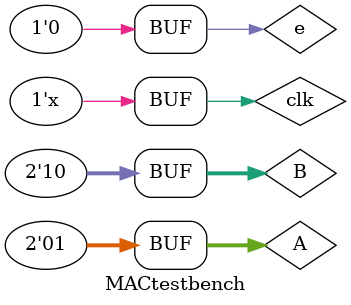
<source format=v>
`timescale 1ns / 1ps

module MACtestbench;
    //Inputs 
    reg [1:0] A;
    reg [1:0] B;
    reg clk;
    reg e;
    //Outputs
    wire[3:0] Sum;
    
    MACDesign2 uut(.a(A),.b(B),.clk(clk),.E(e), .adder_out(Sum));
    initial begin
    clk = 0;
    A <= 2'b00;
    B <= 2'b00;
    e <= 1'b1;
    //Sum = 4'b0000;
    end
    always #5 clk<=~clk;
    initial begin
        #100;
        A <= 2'b00;
        B <= 2'b01;
        e <= 1'b0;
        #100;
        A <= 2'b01;
        B <= 2'b01;
        #100;
        A <= 2'b01;
        B <= 2'b10;
        
    end

endmodule

</source>
